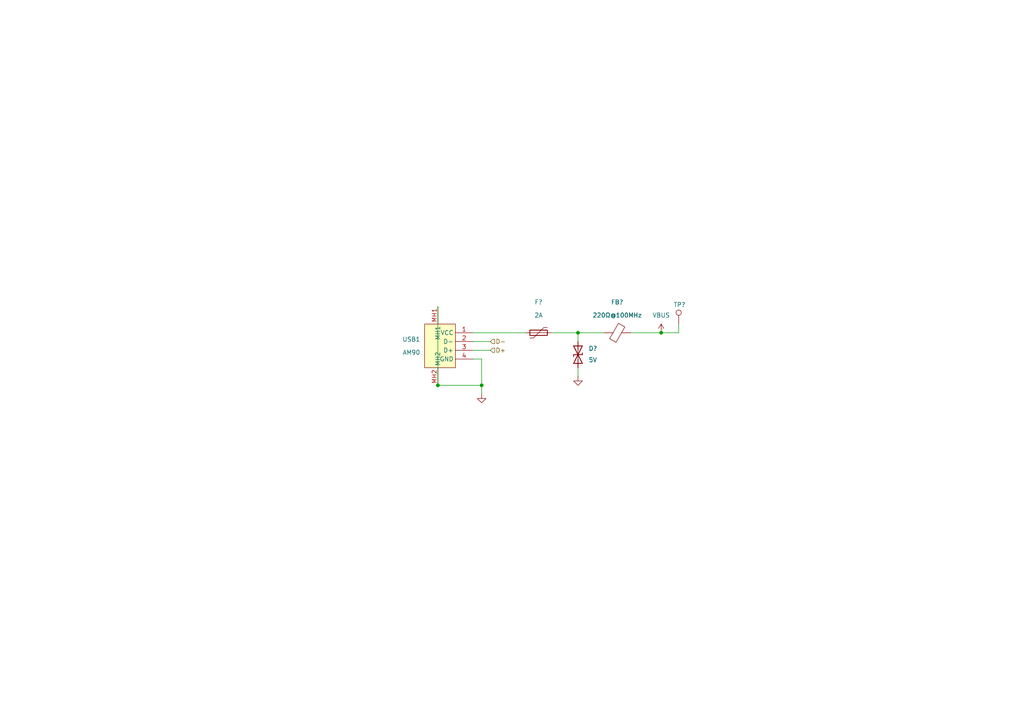
<source format=kicad_sch>
(kicad_sch (version 20250114) (generator "eeschema") (generator_version "9.0")
  (paper "A4")
  (lib_symbols
    (symbol "Connector:TestPoint" (pin_numbers (hide yes)) (pin_names (offset 0.762) (hide yes))
      (property "Reference" "TP" (at 0 6.858 0))
      (property "Value" "TestPoint" (at 0 5.08 0))
      (symbol "TestPoint_0_1"
        (circle (center 0 3.302) (radius 0.762))
      )
      (symbol "TestPoint_1_1"
        (pin passive line (at 0 0 90) (length 2.54) (name "1") (number "1"))
      )
    )
    (symbol "Device:D_TVS" (pin_numbers (hide yes)) (pin_names (offset 1.016) (hide yes))
      (property "Reference" "D" (at 0 2.54 0))
      (property "Value" "D_TVS" (at 0 -2.54 0))
      (symbol "D_TVS_0_1"
        (polyline (pts (xy -2.54 1.27) (xy -2.54 -1.27) (xy 2.54 1.27) (xy 2.54 -1.27) (xy -2.54 1.27)) (stroke (width 0.254)))
        (polyline (pts (xy 0.508 1.27) (xy 0 1.27) (xy 0 -1.27) (xy -0.508 -1.27)) (stroke (width 0.254)))
        (polyline (pts (xy 1.27 0) (xy -1.27 0)))
      )
      (symbol "D_TVS_1_1"
        (pin passive line (at -3.81 0 0) (length 2.54) (name "A1") (number "1"))
        (pin passive line (at 3.81 0 180) (length 2.54) (name "A2") (number "2"))
      )
    )
    (symbol "Device:FerriteBead" (pin_numbers (hide yes)) (pin_names (offset 0))
      (property "Reference" "FB" (at -3.81 0.635 90))
      (property "Value" "FerriteBead" (at 3.81 0 90))
      (symbol "FerriteBead_0_1"
        (polyline (pts (xy -2.7686 0.4064) (xy -1.7018 2.2606) (xy 2.7686 -0.3048) (xy 1.6764 -2.159) (xy -2.7686 0.4064)))
        (polyline (pts (xy 0 1.27) (xy 0 1.2954)))
        (polyline (pts (xy 0 -1.27) (xy 0 -1.2192)))
      )
      (symbol "FerriteBead_1_1"
        (pin passive line (at 0 3.81 270) (length 2.54) (name "~") (number "1"))
        (pin passive line (at 0 -3.81 90) (length 2.54) (name "~") (number "2"))
      )
    )
    (symbol "Device:Polyfuse" (pin_numbers (hide yes)) (pin_names (offset 0))
      (property "Reference" "F" (at -2.54 0 90))
      (property "Value" "Polyfuse" (at 2.54 0 90))
      (symbol "Polyfuse_0_1"
        (polyline (pts (xy -1.524 2.54) (xy -1.524 1.524) (xy 1.524 -1.524) (xy 1.524 -2.54)))
        (rectangle (start -0.762 2.54) (end 0.762 -2.54) (stroke (width 0.254)))
        (polyline (pts (xy 0 2.54) (xy 0 -2.54)))
      )
      (symbol "Polyfuse_1_1"
        (pin passive line (at 0 3.81 270) (length 1.27) (name "~") (number "1"))
        (pin passive line (at 0 -3.81 90) (length 1.27) (name "~") (number "2"))
      )
    )
    (symbol "easyeda2kicad:AM90"
      (property "Reference" "USB" (at 0 17.78 0))
      (property "Value" "AM90" (at 0 -15.24 0))
      (symbol "AM90_0_1"
        (rectangle (start -3.81 7.62) (end 5.08 -5.08) (fill (type background)))
        (pin unspecified line (at 0 12.7 270) (length 5.08) (name "MH1") (number "MH1"))
        (pin unspecified line (at 0 -10.16 90) (length 5.08) (name "MH2") (number "MH2"))
        (pin input line (at 10.16 5.08 180) (length 5.08) (name "VCC") (number "1"))
        (pin input line (at 10.16 2.54 180) (length 5.08) (name "D-") (number "2"))
        (pin input line (at 10.16 0 180) (length 5.08) (name "D+") (number "3"))
        (pin input line (at 10.16 -2.54 180) (length 5.08) (name "GND") (number "4"))
      )
    )
    (symbol "power:GND" (power) (pin_numbers (hide yes)) (pin_names (offset 0) (hide yes))
      (property "Value" "GND" (at 0 -3.81 0))
      (symbol "GND_0_1"
        (polyline (pts (xy 0 0) (xy 0 -1.27) (xy 1.27 -1.27) (xy 0 -2.54) (xy -1.27 -1.27) (xy 0 -1.27)))
      )
      (symbol "GND_1_1"
        (pin power_in line (at 0 0 270) (length 0) (name "~") (number "1"))
      )
    )
    (symbol "power:VBUS" (power) (pin_numbers (hide yes)) (pin_names (offset 0) (hide yes))
      (property "Value" "VBUS" (at 0 3.556 0))
      (symbol "VBUS_0_1"
        (polyline (pts (xy -0.762 1.27) (xy 0 2.54)))
        (polyline (pts (xy 0 2.54) (xy 0.762 1.27)))
        (polyline (pts (xy 0 0) (xy 0 2.54)))
      )
      (symbol "VBUS_1_1"
        (pin power_in line (at 0 0 90) (length 0) (name "~") (number "1"))
      )
    )
  )
  (junction (at 167.64 96.52))
  (junction (at 127 111.76))
  (junction (at 139.7 111.76))
  (junction (at 191.77 96.52))
  (wire (pts (xy 142.24 101.6) (xy 137.16 101.6)))
  (wire (pts (xy 167.64 109.22) (xy 167.64 106.68)))
  (wire (pts (xy 139.7 114.3) (xy 139.7 111.76)))
  (wire (pts (xy 160.02 96.52) (xy 167.64 96.52)))
  (wire (pts (xy 139.7 104.14) (xy 137.16 104.14)))
  (wire (pts (xy 182.88 96.52) (xy 191.77 96.52)))
  (wire (pts (xy 167.64 96.52) (xy 175.26 96.52)))
  (wire (pts (xy 167.64 96.52) (xy 167.64 99.06)))
  (wire (pts (xy 139.7 104.14) (xy 139.7 111.76)))
  (wire (pts (xy 137.16 96.52) (xy 152.4 96.52)))
  (wire (pts (xy 127 111.76) (xy 139.7 111.76)))
  (wire (pts (xy 196.85 96.52) (xy 196.85 93.98)))
  (wire (pts (xy 191.77 96.52) (xy 196.85 96.52)))
  (wire (pts (xy 142.24 99.06) (xy 137.16 99.06)))
  (wire (pts (xy 127 88.9) (xy 127 111.76)))
  (hierarchical_label "D+" (shape input) (at 142.24 101.6 0))
  (hierarchical_label "D-" (shape input) (at 142.24 99.06 0))
  (symbol (lib_id "Device:Polyfuse") (at 156.21 96.52 90) (unit 1)
    (property "Reference" "F?" (at 156.21 87.63 90))
    (property "Value" "2A" (at 156.21 91.44 90))
    (property "Footprint" "Fuse:Fuse_1206_3216Metric" (effects (hide yes)))
    (property "Description" "Resettable fuse, polymeric positive temperature coefficient" (effects (hide yes)))
    (property "LCSC Part #" "C883135" (effects (hide yes)))
  )
  (symbol (lib_id "Connector:TestPoint") (at 196.85 93.98 0) (unit 1)
    (property "Reference" "TP?" (at 195.326 88.392 0) (effects (justify left)))
    (property "Value" "TestPoint" (effects (hide yes)))
    (property "Footprint" "TestPoint:TestPoint_Pad_D1.0mm" (effects (hide yes)))
    (property "Description" "test point" (effects (hide yes)))
  )
  (symbol (lib_id "Device:D_TVS") (at 167.64 102.87 90) (mirror x) (unit 1)
    (property "Reference" "D?" (at 170.688 101.092 90) (effects (justify right)))
    (property "Value" "5V" (at 170.688 104.394 90) (effects (justify right)))
    (property "Footprint" "Diode_SMD:D_SOD-523" (effects (hide yes)))
    (property "Description" "Bidirectional transient-voltage-suppression diode" (effects (hide yes)))
    (property "LCSC Part #" "C82044" (effects (hide yes)))
  )
  (symbol (lib_id "power:GND") (at 139.7 114.3 0) (unit 1)
    (property "Reference" "#PWR02" (effects (hide yes)))
    (property "Value" "GND" (effects (hide yes)))
    (property "Description" "Power symbol creates a global label with name \"GND\" , ground" (effects (hide yes)))
  )
  (symbol (lib_id "easyeda2kicad:AM90") (at 127 101.6 0) (unit 1)
    (property "Reference" "USB1" (at 121.92 98.4249 0) (effects (justify right)))
    (property "Value" "AM90" (at 121.92 102.2349 0) (effects (justify right)))
    (property "Footprint" "easyeda2kicad:USB-AM-TH_AM90" (effects (hide yes)))
    (property "LCSC Part" "C404965" (effects (hide yes)))
  )
  (symbol (lib_id "power:VBUS") (at 191.77 96.52 0) (unit 1)
    (property "Reference" "#PWR?" (effects (hide yes)))
    (property "Value" "VBUS" (at 191.77 91.44 0))
    (property "Description" "Power symbol creates a global label with name \"VBUS\"" (effects (hide yes)))
  )
  (symbol (lib_id "power:GND") (at 167.64 109.22 0) (unit 1)
    (property "Reference" "#PWR?" (effects (hide yes)))
    (property "Value" "GND" (effects (hide yes)))
    (property "Description" "Power symbol creates a global label with name \"GND\" , ground" (effects (hide yes)))
  )
  (symbol (lib_id "Device:FerriteBead") (at 179.07 96.52 90) (unit 1)
    (property "Reference" "FB?" (at 179.0192 87.63 90))
    (property "Value" "220Ω@100MHz" (at 179.0192 91.44 90))
    (property "Footprint" "Resistor_SMD:R_0805_2012Metric_Pad1.20x1.40mm_HandSolder" (effects (hide yes)))
    (property "Description" "Ferrite bead" (effects (hide yes)))
    (property "LCSC Part #" "C85840" (effects (hide yes)))
  )
)
</source>
